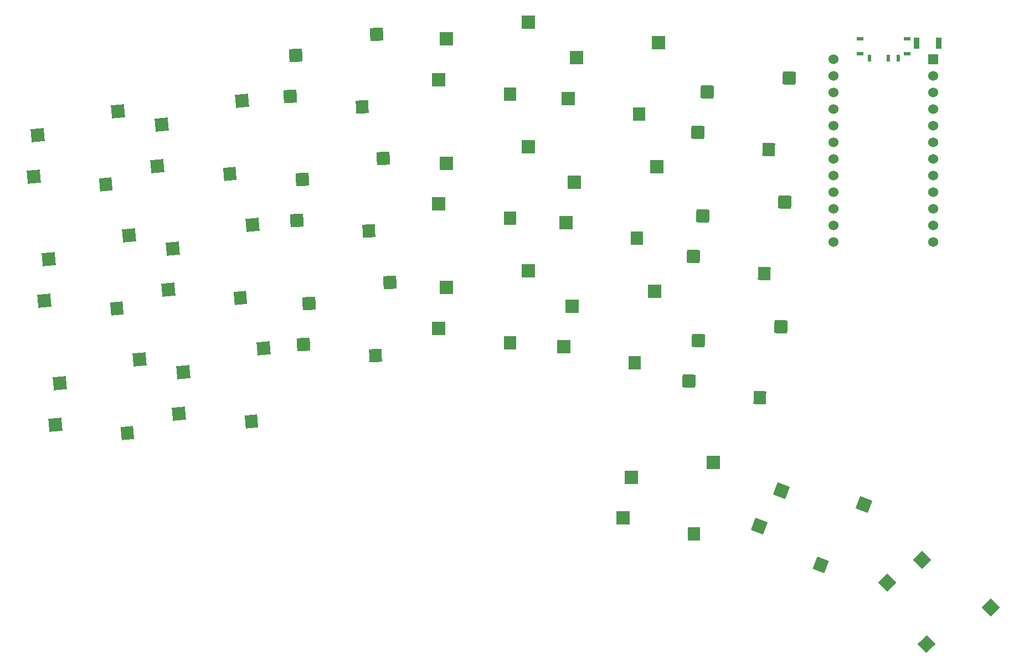
<source format=gbp>
G04 #@! TF.GenerationSoftware,KiCad,Pcbnew,8.0.4*
G04 #@! TF.CreationDate,2024-08-27T16:31:29+02:00*
G04 #@! TF.ProjectId,totem_0_3,746f7465-6d5f-4305-9f33-2e6b69636164,0.3*
G04 #@! TF.SameCoordinates,Original*
G04 #@! TF.FileFunction,Paste,Bot*
G04 #@! TF.FilePolarity,Positive*
%FSLAX46Y46*%
G04 Gerber Fmt 4.6, Leading zero omitted, Abs format (unit mm)*
G04 Created by KiCad (PCBNEW 8.0.4) date 2024-08-27 16:31:29*
%MOMM*%
%LPD*%
G01*
G04 APERTURE LIST*
G04 Aperture macros list*
%AMRotRect*
0 Rectangle, with rotation*
0 The origin of the aperture is its center*
0 $1 length*
0 $2 width*
0 $3 Rotation angle, in degrees counterclockwise*
0 Add horizontal line*
21,1,$1,$2,0,0,$3*%
G04 Aperture macros list end*
%ADD10RotRect,2.000000X2.000000X178.000000*%
%ADD11RotRect,1.900000X2.000000X178.000000*%
%ADD12RotRect,2.000000X2.000000X185.000000*%
%ADD13RotRect,1.900000X2.000000X185.000000*%
%ADD14RotRect,2.000000X2.000000X183.000000*%
%ADD15RotRect,1.900000X2.000000X183.000000*%
%ADD16R,2.000000X2.000000*%
%ADD17R,1.900000X2.000000*%
%ADD18RotRect,2.000000X2.000000X179.000000*%
%ADD19RotRect,1.900000X2.000000X179.000000*%
%ADD20C,1.524000*%
%ADD21R,1.524000X1.524000*%
%ADD22RotRect,2.000000X2.000000X134.000000*%
%ADD23RotRect,1.900000X2.000000X134.000000*%
%ADD24RotRect,2.000000X2.000000X159.000000*%
%ADD25RotRect,1.900000X2.000000X159.000000*%
%ADD26R,1.100000X0.600000*%
%ADD27R,1.000000X0.600000*%
%ADD28R,0.600000X1.000000*%
%ADD29R,0.900000X1.700000*%
G04 APERTURE END LIST*
D10*
X136427124Y-104793071D03*
X137844166Y-98598752D03*
D11*
X147243705Y-107372135D03*
D10*
X150425196Y-96496543D03*
D12*
X55160054Y-71929974D03*
X55811636Y-65609132D03*
D13*
X66210319Y-73171605D03*
D12*
X68042694Y-61989351D03*
D14*
X75463552Y-61308199D03*
X76335331Y-55013947D03*
D15*
X86463753Y-62934722D03*
D14*
X88685267Y-51823229D03*
D16*
X98121522Y-77741942D03*
X99321522Y-71501942D03*
D17*
X109021522Y-79941942D03*
D16*
X111821522Y-68961942D03*
D10*
X137753306Y-66816217D03*
X139170348Y-60621898D03*
D11*
X148569887Y-69395281D03*
D10*
X151751378Y-58519689D03*
D12*
X37888315Y-92513630D03*
X38539897Y-86192788D03*
D13*
X48938580Y-93755261D03*
D12*
X50770955Y-82573007D03*
D16*
X98121521Y-58741941D03*
X99321521Y-52501941D03*
D17*
X109021521Y-60941941D03*
D16*
X111821521Y-49961941D03*
D18*
X117941370Y-61605797D03*
X119250090Y-55387690D03*
D19*
X128801314Y-63995693D03*
D18*
X131792515Y-53066232D03*
D20*
X173785803Y-55647359D03*
D21*
X173785803Y-55647359D03*
D20*
X158545803Y-55647359D03*
X173785803Y-58187359D03*
X158545803Y-58187359D03*
X173785803Y-60727359D03*
X158545803Y-60727359D03*
X173785803Y-63267359D03*
X158545803Y-63267359D03*
X173785803Y-65807359D03*
X158545803Y-65807359D03*
X173785803Y-68347359D03*
X158545803Y-68347359D03*
X173785803Y-70887359D03*
X158545803Y-70887359D03*
X173785803Y-73427359D03*
X158545803Y-73427359D03*
X173785803Y-75967359D03*
X158545803Y-75967359D03*
X173785803Y-78507359D03*
X158545803Y-78507359D03*
X173785803Y-81047359D03*
X158545803Y-81047359D03*
X173785803Y-83587359D03*
X158545803Y-83587359D03*
D18*
X126322970Y-125761850D03*
X127631690Y-119543743D03*
D19*
X137182914Y-128151746D03*
D18*
X140174115Y-117222285D03*
D14*
X76457937Y-80282156D03*
X77329716Y-73987904D03*
D15*
X87458138Y-81908679D03*
D14*
X89679652Y-70797186D03*
D22*
X166701785Y-135655179D03*
X172024055Y-132183718D03*
D23*
X172691014Y-145024231D03*
D22*
X182534408Y-139411033D03*
D10*
X137090215Y-85804646D03*
X138507257Y-79610327D03*
D11*
X147906796Y-88383710D03*
D10*
X151088287Y-77508118D03*
D12*
X39548632Y-111491139D03*
X40200214Y-105170297D03*
D13*
X50598897Y-112732770D03*
D12*
X52431272Y-101550516D03*
X58471971Y-109785373D03*
X59123553Y-103464531D03*
D13*
X69522236Y-111027004D03*
D12*
X71354611Y-99844750D03*
D16*
X98121519Y-96741939D03*
X99321519Y-90501939D03*
D17*
X109021519Y-98941939D03*
D16*
X111821519Y-87961939D03*
D14*
X77452319Y-99256122D03*
X78324098Y-92961870D03*
D15*
X88452520Y-100882645D03*
D14*
X90674034Y-89771152D03*
D24*
X147204611Y-126955080D03*
X150561124Y-121559580D03*
D25*
X156592228Y-132915168D03*
D24*
X163141135Y-123667885D03*
D12*
X36227998Y-73536121D03*
X36879580Y-67215279D03*
D13*
X47278263Y-74777752D03*
D12*
X49110638Y-63595498D03*
D18*
X117278182Y-99600014D03*
X118586902Y-93381907D03*
D19*
X128138126Y-101989910D03*
D18*
X131129327Y-91060449D03*
X117609776Y-80602906D03*
X118918496Y-74384799D03*
D19*
X128469720Y-82992802D03*
D18*
X131460921Y-72063341D03*
D12*
X56816011Y-90857674D03*
X57467593Y-84536832D03*
D13*
X67866276Y-92099305D03*
D12*
X69698651Y-80917051D03*
D26*
X169788400Y-52499400D03*
D27*
X162588400Y-52499400D03*
X169788400Y-54785400D03*
D26*
X162588400Y-54785400D03*
D28*
X163988400Y-55492400D03*
X166888400Y-55492400D03*
X168388400Y-55492400D03*
D29*
X171194400Y-53188800D03*
X174594400Y-53188800D03*
M02*

</source>
